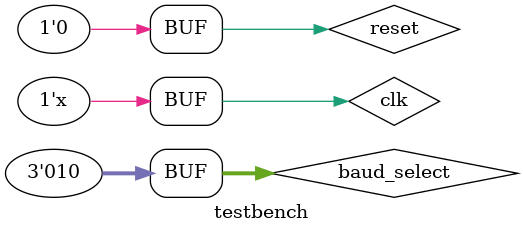
<source format=v>
`timescale 1ns/1ps
module testbench;
reg clk, reset;
wire sample_ENABLE;
reg [2:0] baud_select;


initial 
begin
    //sample_ENABLE = 0;  
    clk = 0;
    reset = 1;
    #10 baud_select = 3'b010;
    #10 reset = 0;
end


Baud_controller Baud_controller_inst(.reset(reset), .clk(clk), .baud_select(baud_select), .sample_ENABLE(sample_ENABLE));


always #5 clk = ~clk;
endmodule
</source>
